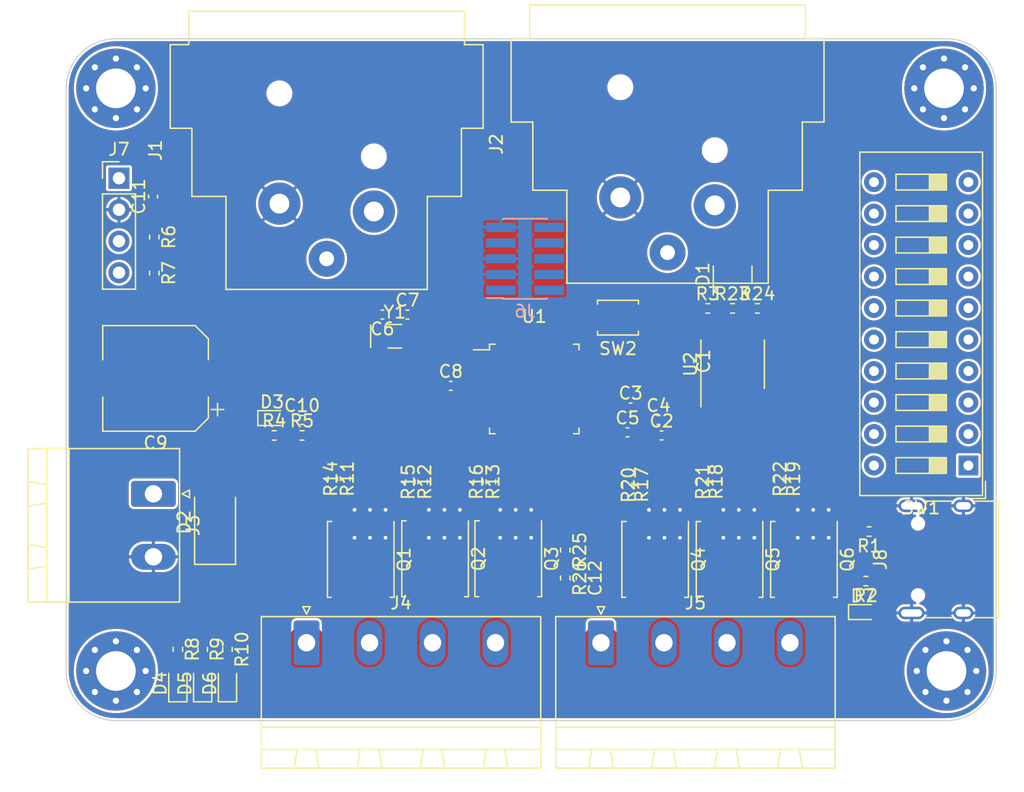
<source format=kicad_pcb>
(kicad_pcb (version 20211014) (generator pcbnew)
  (layers (0 "F.Cu" signal) (31 "B.Cu" signal) (34 "B.Paste" user) (35 "F.Paste" user) (36 "B.SilkS" user "B.Silkscreen") (37 "F.SilkS" user "F.Silkscreen") (38 "B.Mask" user) (39 "F.Mask" user) (44 "Edge.Cuts" user))
  (net 0 "")
  (net 1 "GND")
  (net 2 "VCC")
  (net 3 "Net-(C2-Pad1)")
  (net 4 "Net-(C6-Pad2)")
  (net 5 "Net-(C7-Pad2)")
  (net 6 "Net-(J4-Pad2)")
  (net 7 "Net-(J4-Pad3)")
  (net 8 "Net-(J4-Pad4)")
  (net 9 "/DIP10")
  (net 10 "/DIP9")
  (net 11 "/DIP8")
  (net 12 "/DIP7")
  (net 13 "/DIP6")
  (net 14 "/DIP5")
  (net 15 "/DIP4")
  (net 16 "/DIP3")
  (net 17 "/DIP2")
  (net 18 "/DIP1")
  (net 49 "+5V")
  (net 50 "/DMX_OUT")
  (net 51 "/DMX_IN")
  (net 52 "+3V3")
  (net 54 "/SWD_DIO")
  (net 55 "/SWD_CLK")
  (net 59 "/~{RESET}")
  (net 60 "/USB_D_N")
  (net 61 "/DMX_DIR")
  (net 62 "Net-(J5-Pad2)")
  (net 63 "Net-(J5-Pad3)")
  (net 64 "Net-(J5-Pad4)")
  (net 65 "/VCC_MON")
  (net 66 "/I2C_SDA")
  (net 67 "/I2C_SCL")
  (net 68 "Net-(D4-Pad2)")
  (net 69 "Net-(D5-Pad2)")
  (net 70 "Net-(D6-Pad2)")
  (net 74 "Net-(Q1-Pad4)")
  (net 75 "Net-(Q2-Pad4)")
  (net 76 "Net-(Q3-Pad4)")
  (net 77 "Net-(Q4-Pad4)")
  (net 78 "Net-(Q5-Pad4)")
  (net 79 "Net-(Q6-Pad4)")
  (net 80 "/CH1_RED_EN")
  (net 81 "/CH1_GRN_EN")
  (net 82 "/CH1_BLU_EN")
  (net 83 "/CH2_RED_EN")
  (net 84 "/CH2_GRN_EN")
  (net 85 "/CH2_BLU_EN")
  (net 86 "Net-(D7-Pad2)")
  (net 87 "Net-(J8-PadA5)")
  (net 88 "Net-(J8-PadB5)")
  (net 91 "/TMP_MON")
  (net 92 "/COMS/DATA1_P")
  (net 93 "/COMS/DATA1_N")
  (footprint "Connector_USB:USB_C_Receptacle_HRO_TYPE-C-31-M-12" (layer "F.Cu") (at 171.31 122 90)
    (fp_text reference "J8")
    (fp_text value "USB_C_Receptacle_USB2.0")
  )
  (footprint "Resistor_SMD:R_0402_1005Metric" (layer "F.Cu") (at 109 129.25 -90)
    (fp_text reference "R8")
    (fp_text value "1k")
  )
  (footprint "Resistor_SMD:R_0402_1005Metric" (layer "F.Cu") (at 140.25 123.5 -90)
    (fp_text reference "R26")
    (fp_text value "10k")
  )
  (footprint "Diode_SMD:D_SOD-523" (layer "F.Cu") (at 116.6 110.6)
    (fp_text reference "D3")
    (fp_text value "RB751V-40WS RRG")
  )
  (footprint "Resistor_SMD:R_0402_1005Metric" (layer "F.Cu") (at 152.5 115.75 90)
    (fp_text reference "R21")
    (fp_text value "10k")
  )
  (footprint "Resistor_SMD:R_0402_1005Metric" (layer "F.Cu") (at 164.5 123.75 180)
    (fp_text reference "R2")
    (fp_text value "5k1")
  )
  (footprint "LED_SMD:LED_0603_1608Metric" (layer "F.Cu") (at 113 132 90)
    (fp_text reference "D6")
    (fp_text value "LED")
  )
  (footprint "Resistor_SMD:R_0402_1005Metric" (layer "F.Cu") (at 151.25 115.73 -90)
    (fp_text reference "R18")
    (fp_text value "10R")
  )
  (footprint "Capacitor_SMD:C_0402_1005Metric" (layer "F.Cu") (at 147.77 110.75)
    (fp_text reference "C4")
    (fp_text value "100nF")
  )
  (footprint "Package_TO_SOT_SMD:SOT-23" (layer "F.Cu") (at 153.75 99 90)
    (fp_text reference "D1")
    (fp_text value "NUP2105L")
  )
  (footprint "MountingHole:MountingHole_3.2mm_M3_Pad_Via" (layer "F.Cu") (at 104 131)
    (fp_text reference "H3" hide)
    (fp_text value "MountingHole" hide)
  )
  (footprint "Connector_PinHeader_2.54mm:PinHeader_1x04_P2.54mm_Vertical" (layer "F.Cu") (at 104.25 91.25)
    (fp_text reference "J7")
    (fp_text value "Conn_01x04")
  )
  (footprint "Resistor_SMD:R_0402_1005Metric" (layer "F.Cu") (at 107.1 98.9 -90)
    (fp_text reference "R7")
    (fp_text value "2k2")
  )
  (footprint "Resistor_SMD:R_0402_1005Metric" (layer "F.Cu") (at 153.74 101.75)
    (fp_text reference "R23")
    (fp_text value "133")
  )
  (footprint "Capacitor_SMD:C_0402_1005Metric" (layer "F.Cu") (at 150.25 106.02 -90)
    (fp_text reference "C1")
    (fp_text value "100nF")
  )
  (footprint "Package_TO_SOT_SMD:TDSON-8-1" (layer "F.Cu") (at 129.75 121.95 -90)
    (fp_text reference "Q2")
    (fp_text value "BSC028N06LS3")
  )
  (footprint "Connector_Phoenix_MSTB:PhoenixContact_MSTBA_2,5_2-G-5,08_1x02_P5.08mm_Horizontal" (layer "F.Cu") (at 107.0275 116.71 -90)
    (fp_text reference "J3")
    (fp_text value "Conn_01x02")
  )
  (footprint "Resistor_SMD:R_0402_1005Metric" (layer "F.Cu") (at 155.74 101.75)
    (fp_text reference "R24")
    (fp_text value "562")
  )
  (footprint "MountingHole:MountingHole_3.2mm_M3_Pad_Via" (layer "F.Cu") (at 170.8 84)
    (fp_text reference "H1" hide)
    (fp_text value "MountingHole" hide)
  )
  (footprint "LED_SMD:LED_0603_1608Metric" (layer "F.Cu") (at 109 132 90)
    (fp_text reference "D4")
    (fp_text value "LED")
  )
  (footprint "Package_TO_SOT_SMD:TDSON-8-1" (layer "F.Cu") (at 135.65 121.95 -90)
    (fp_text reference "Q3")
    (fp_text value "BSC028N06LS3")
  )
  (footprint "Capacitor_SMD:C_0402_1005Metric" (layer "F.Cu") (at 125.5 102.25 180)
    (fp_text reference "C6")
    (fp_text value "22pF")
  )
  (footprint "Resistor_SMD:R_0402_1005Metric" (layer "F.Cu") (at 158.75 115.51 90)
    (fp_text reference "R22")
    (fp_text value "10k")
  )
  (footprint "Button_Switch_SMD:SW_SPST_B3U-1000P" (layer "F.Cu") (at 144.5 102.5 180)
    (fp_text reference "SW2")
    (fp_text value "SW_Push")
  )
  (footprint "Connector_Phoenix_MSTB:PhoenixContact_MSTBA_2,5_4-G-5,08_1x04_P5.08mm_Horizontal" (layer "F.Cu") (at 143.13 128.7225)
    (fp_text reference "J5")
    (fp_text value "Conn_01x04")
  )
  (footprint "Capacitor_SMD:C_0402_1005Metric" (layer "F.Cu") (at 119.02 110.75)
    (fp_text reference "C10")
    (fp_text value "100nF")
  )
  (footprint "Package_QFP:TQFP-48_7x7mm_P0.5mm" (layer "F.Cu") (at 137.75 108.25)
    (fp_text reference "U1")
    (fp_text value "ATSAMD21G18A-A")
  )
  (footprint "Package_TO_SOT_SMD:TDSON-8-1" (layer "F.Cu") (at 159.5 122 -90)
    (fp_text reference "Q6")
    (fp_text value "BSC028N06LS3")
  )
  (footprint "Resistor_SMD:R_0402_1005Metric" (layer "F.Cu") (at 111 129.25 -90)
    (fp_text reference "R9")
    (fp_text value "1k")
  )
  (footprint "Capacitor_SMD:C_0402_1005Metric" (layer "F.Cu") (at 141.5 123.51 -90)
    (fp_text reference "C12")
    (fp_text value "1uF")
  )
  (footprint "Connector_Audio:Jack_XLR_Neutrik_NC3FAAH-0_Horizontal" (layer "F.Cu") (at 117.19 93.3 90)
    (fp_text reference "J1")
    (fp_text value "XLR3")
  )
  (footprint "Resistor_SMD:R_0402_1005Metric" (layer "F.Cu") (at 121.5 115.49 -90)
    (fp_text reference "R11")
    (fp_text value "10R")
  )
  (footprint "Diode_SMD:D_SMA" (layer "F.Cu") (at 112 119 90)
    (fp_text reference "D2")
    (fp_text value "D_TVS")
  )
  (footprint "Resistor_SMD:R_0402_1005Metric" (layer "F.Cu") (at 145.25 115.97 -90)
    (fp_text reference "R17")
    (fp_text value "10R")
  )
  (footprint "Package_SO:SOIC-8_3.9x4.9mm_P1.27mm" (layer "F.Cu") (at 153.75 106.25 90)
    (fp_text reference "U2")
    (fp_text value "MAX485E")
  )
  (footprint "Package_TO_SOT_SMD:TDSON-8-1" (layer "F.Cu") (at 147.5 122 -90)
    (fp_text reference "Q4")
    (fp_text value "BSC028N06LS3")
  )
  (footprint "Capacitor_SMD:C_0402_1005Metric" (layer "F.Cu") (at 131.02 108)
    (fp_text reference "C8")
    (fp_text value "100nF")
  )
  (footprint "Button_Switch_THT:SW_DIP_SPSTx10_Slide_9.78x27.58mm_W7.62mm_P2.54mm" (layer "F.Cu") (at 172.7675 114.425 180)
    (fp_text reference "SW1")
    (fp_text value "SW_DIP_x10")
  )
  (footprint "Resistor_SMD:R_0402_1005Metric" (layer "F.Cu") (at 157.5 115.51 -90)
    (fp_text reference "R19")
    (fp_text value "10R")
  )
  (footprint "LED_SMD:LED_0603_1608Metric" (layer "F.Cu") (at 111 132 90)
    (fp_text reference "D5")
    (fp_text value "LED")
  )
  (footprint "Capacitor_SMD:CP_Elec_8x10" (layer "F.Cu") (at 107.2 107.4 180)
    (fp_text reference "C9")
    (fp_text value "47uF")
  )
  (footprint "Resistor_SMD:R_0402_1005Metric" (layer "F.Cu") (at 107.1 95.99 -90)
    (fp_text reference "R6")
    (fp_text value "2k2")
  )
  (footprint "MountingHole:MountingHole_3.2mm_M3_Pad_Via" (layer "F.Cu") (at 171 131)
    (fp_text reference "H2" hide)
    (fp_text value "MountingHole" hide)
  )
  (footprint "Resistor_SMD:R_0402_1005Metric" (layer "F.Cu") (at 133.25 115.74 -90)
    (fp_text reference "R13")
    (fp_text value "10R")
  )
  (footprint "Resistor_SMD:R_0402_1005Metric" (layer "F.Cu") (at 140.25 121.25 -90)
    (fp_text reference "R25")
    (fp_text value "10k")
  )
  (footprint "Capacitor_SMD:C_0402_1005Metric" (layer "F.Cu") (at 145.27 111.75)
    (fp_text reference "C5")
    (fp_text value "100nF")
  )
  (footprint "Resistor_SMD:R_0402_1005Metric" (layer "F.Cu") (at 119.01 112)
    (fp_text reference "R5")
    (fp_text value "16k")
  )
  (footprint "Package_TO_SOT_SMD:TDSON-8-1" (layer "F.Cu") (at 123.75 122 -90)
    (fp_text reference "Q1")
    (fp_text value "BSC028N06LS3")
  )
  (footprint "Resistor_SMD:R_0402_1005Metric" (layer "F.Cu") (at 122.5 115.49 90)
    (fp_text reference "R14")
    (fp_text value "10k")
  )
  (footprint "Connector_Audio:Jack_XLR_Neutrik_NC3FAAH-0_Horizontal" (layer "F.Cu") (at 144.69 92.8 90)
    (fp_text reference "J2")
    (fp_text value "XLR3")
  )
  (footprint "MountingHole:MountingHole_3.2mm_M3_Pad_Via" (layer "F.Cu") (at 104 84)
    (fp_text reference "H4" hide)
    (fp_text value "MountingHole" hide)
  )
  (footprint "Resistor_SMD:R_0402_1005Metric" (layer "F.Cu") (at 127.75 115.74 -90)
    (fp_text reference "R12")
    (fp_text value "10R")
  )
  (footprint "Resistor_SMD:R_0402_1005Metric" (layer "F.Cu") (at 116.77 112)
    (fp_text reference "R4")
    (fp_text value "130k")
  )
  (footprint "Connector_Phoenix_MSTB:PhoenixContact_MSTBA_2,5_4-G-5,08_1x04_P5.08mm_Horizontal" (layer "F.Cu") (at 119.38 128.7225)
    (fp_text reference "J4")
    (fp_text value "Conn_01x04")
  )
  (footprint "Resistor_SMD:R_0402_1005Metric" (layer "F.Cu") (at 164.76 119.75 180)
    (fp_text reference "R1")
    (fp_text value "5k1")
  )
  (footprint "Resistor_SMD:R_0402_1005Metric" (layer "F.Cu") (at 128.75 115.75 90)
    (fp_text reference "R15")
    (fp_text value "10k")
  )
  (footprint "Resistor_SMD:R_0402_1005Metric" (layer "F.Cu") (at 146.5 115.99 90)
    (fp_text reference "R20")
    (fp_text value "10k")
  )
  (footprint "Crystal:Crystal_SMD_EuroQuartz_EQ161-2Pin_3.2x1.5mm" (layer "F.Cu") (at 126.5 104)
    (fp_text reference "Y1")
    (fp_text value "32.768kHz")
  )
  (footprint "Package_TO_SOT_SMD:TDSON-8-1" (layer "F.Cu") (at 153.5 122 -90)
    (fp_text reference "Q5")
    (fp_text value "BSC028N06LS3")
  )
  (footprint "Capacitor_SMD:C_0402_1005Metric" (layer "F.Cu") (at 145.52 109.75)
    (fp_text reference "C3")
    (fp_text value "100nF")
  )
  (footprint "Capacitor_SMD:C_0402_1005Metric" (layer "F.Cu") (at 127.52 102.25)
    (fp_text reference "C7")
    (fp_text value "22pF")
  )
  (footprint "Capacitor_SMD:C_0402_1005Metric" (layer "F.Cu") (at 148.02 112)
    (fp_text reference "C2")
    (fp_text value "1uF")
  )
  (footprint "Resistor_SMD:R_0402_1005Metric" (layer "F.Cu") (at 151.74 101.75)
    (fp_text reference "R3")
    (fp_text value "562")
  )
  (footprint "Resistor_SMD:R_0402_1005Metric" (layer "F.Cu") (at 134.25 115.74 90)
    (fp_text reference "R16")
    (fp_text value "10k")
  )
  (footprint "Resistor_SMD:R_0402_1005Metric" (layer "F.Cu") (at 113 129.26 -90)
    (fp_text reference "R10")
    (fp_text value "1k")
  )
  (footprint "Diode_SMD:D_SOD-523" (layer "F.Cu") (at 164.25 126.25)
    (fp_text reference "D7")
    (fp_text value "RB751V-40WS RRG")
  )
  (footprint "Capacitor_SMD:C_0402_1005Metric" (layer "F.Cu") (at 107 92.73 90)
    (fp_text reference "C11")
    (fp_text value "100nF")
  )
  (footprint "Connector_PinHeader_1.27mm:PinHeader_2x05_P1.27mm_Vertical_SMD" (layer "B.Cu") (at 137 97.75)
    (fp_text reference "J6")
    (fp_text value "Conn_ARM_JTAG_SWD_10")
  )
  (gr_arc (start 104 135) (mid 101.171573 133.828427) (end 100 131) (layer "Edge.Cuts") (width 0.1))
  (gr_line (start 104 135) (end 171 135) (layer "Edge.Cuts") (width 0.1))
  (gr_arc (start 175 131) (mid 173.828427 133.828427) (end 171 135) (layer "Edge.Cuts") (width 0.1))
  (gr_line (start 171 80) (end 104 80) (layer "Edge.Cuts") (width 0.1))
  (gr_line (start 175 131) (end 175 84) (layer "Edge.Cuts") (width 0.1))
  (gr_line (start 100 84) (end 100 131) (layer "Edge.Cuts") (width 0.1))
  (gr_arc (start 171 80) (mid 173.828427 81.171573) (end 175 84) (layer "Edge.Cuts") (width 0.1))
  (gr_arc (start 100 84) (mid 101.171573 81.171573) (end 104 80) (layer "Edge.Cuts") (width 0.1))
  (via (at 136.25 120.25) (size 0.6) (drill 0.3) (layers "F.Cu" "B.Cu") (net 1))
  (via (at 130.5 118) (size 0.6) (drill 0.3) (layers "F.Cu" "B.Cu") (net 1))
  (via (at 149.5 120.25) (size 0.6) (drill 0.3) (layers "F.Cu" "B.Cu") (net 1))
  (via (at 137.5 118) (size 0.6) (drill 0.3) (layers "F.Cu" "B.Cu") (net 1))
  (via (at 137.5 120.25) (size 0.6) (drill 0.3) (layers "F.Cu" "B.Cu") (net 1))
  (via (at 149.5 118) (size 0.6) (drill 0.3) (layers "F.Cu" "B.Cu") (net 1))
  (via (at 155.5 120.25) (size 0.6) (drill 0.3) (layers "F.Cu" "B.Cu") (net 1))
  (via (at 147 118) (size 0.6) (drill 0.3) (layers "F.Cu" "B.Cu") (net 1))
  (via (at 131.75 118) (size 0.6) (drill 0.3) (layers "F.Cu" "B.Cu") (net 1))
  (via (at 161.5 118) (size 0.6) (drill 0.3) (layers "F.Cu" "B.Cu") (net 1))
  (via (at 124.5 120.25) (size 0.6) (drill 0.3) (layers "F.Cu" "B.Cu") (net 1))
  (via (at 161.5 120.25) (size 0.6) (drill 0.3) (layers "F.Cu" "B.Cu") (net 1))
  (via (at 125.75 120.25) (size 0.6) (drill 0.3) (layers "F.Cu" "B.Cu") (net 1))
  (via (at 130.5 120.25) (size 0.6) (drill 0.3) (layers "F.Cu" "B.Cu") (net 1))
  (via (at 129.25 120.25) (size 0.6) (drill 0.3) (layers "F.Cu" "B.Cu") (net 1))
  (via (at 154.25 120.25) (size 0.6) (drill 0.3) (layers "F.Cu" "B.Cu") (net 1))
  (via (at 131.75 120.25) (size 0.6) (drill 0.3) (layers "F.Cu" "B.Cu") (net 1))
  (via (at 155.5 118) (size 0.6) (drill 0.3) (layers "F.Cu" "B.Cu") (net 1))
  (via (at 135 120.25) (size 0.6) (drill 0.3) (layers "F.Cu" "B.Cu") (net 1))
  (via (at 159 118) (size 0.6) (drill 0.3) (layers "F.Cu" "B.Cu") (net 1))
  (via (at 148.25 120.25) (size 0.6) (drill 0.3) (layers "F.Cu" "B.Cu") (net 1))
  (via (at 136.25 118) (size 0.6) (drill 0.3) (layers "F.Cu" "B.Cu") (net 1))
  (via (at 148.25 118) (size 0.6) (drill 0.3) (layers "F.Cu" "B.Cu") (net 1))
  (via (at 123.25 118) (size 0.6) (drill 0.3) (layers "F.Cu" "B.Cu") (net 1))
  (via (at 129.25 118) (size 0.6) (drill 0.3) (layers "F.Cu" "B.Cu") (net 1))
  (via (at 160.25 118) (size 0.6) (drill 0.3) (layers "F.Cu" "B.Cu") (net 1))
  (via (at 154.25 118) (size 0.6) (drill 0.3) (layers "F.Cu" "B.Cu") (net 1))
  (via (at 153 118) (size 0.6) (drill 0.3) (layers "F.Cu" "B.Cu") (net 1))
  (via (at 153 120.25) (size 0.6) (drill 0.3) (layers "F.Cu" "B.Cu") (net 1))
  (via (at 123.25 120.25) (size 0.6) (drill 0.3) (layers "F.Cu" "B.Cu") (net 1))
  (via (at 135 118) (size 0.6) (drill 0.3) (layers "F.Cu" "B.Cu") (net 1))
  (via (at 125.75 118) (size 0.6) (drill 0.3) (layers "F.Cu" "B.Cu") (net 1))
  (via (at 124.5 118) (size 0.6) (drill 0.3) (layers "F.Cu" "B.Cu") (net 1))
  (via (at 160.25 120.25) (size 0.6) (drill 0.3) (layers "F.Cu" "B.Cu") (net 1))
  (via (at 147 120.25) (size 0.6) (drill 0.3) (layers "F.Cu" "B.Cu") (net 1))
  (via (at 159 120.25) (size 0.6) (drill 0.3) (layers "F.Cu" "B.Cu") (net 1))
  (segment (start 143.13 130.87) (end 143.13 128.7225) (width 3) (layer "F.Cu") (net 2))
  (segment (start 119.38 128.7225) (end 119.38 131.63) (width 3) (layer "F.Cu") (net 2))
  (segment (start 119.38 131.63) (end 120.5 132.75) (width 3) (layer "F.Cu") (net 2))
  (segment (start 123.4075 132.75) (end 141.25 132.75) (width 3) (layer "F.Cu") (net 2))
  (segment (start 120.5 132.75) (end 123.4075 132.75) (width 3) (layer "F.Cu") (net 2))
  (segment (start 141.25 132.75) (end 143.13 130.87) (width 3) (layer "F.Cu") (net 2))
  (segment (start 123.75 128.0125) (end 124.46 128.7225) (width 4) (layer "F.Cu") (net 6))
  (segment (start 123.75 123.05) (end 123.75 128.0125) (width 4) (layer "F.Cu") (net 6))
  (segment (start 129.75 128.5125) (end 129.54 128.7225) (width 4) (layer "F.Cu") (net 7))
  (segment (start 129.75 123) (end 129.75 128.5125) (width 4) (layer "F.Cu") (net 7))
  (segment (start 135.65 127.6925) (end 135.65 123) (width 4) (layer "F.Cu") (net 8))
  (segment (start 134.62 128.7225) (end 135.65 127.6925) (width 4) (layer "F.Cu") (net 8))
  (segment (start 147.5 128.0125) (end 148.21 128.7225) (width 4) (layer "F.Cu") (net 62))
  (segment (start 147.5 123.05) (end 147.5 128.0125) (width 4) (layer "F.Cu") (net 62))
  (segment (start 153.5 128.5125) (end 153.29 128.7225) (width 4) (layer "F.Cu") (net 63))
  (segment (start 153.5 123.05) (end 153.5 128.5125) (width 4) (layer "F.Cu") (net 63))
  (segment (start 159.5 127.5925) (end 158.37 128.7225) (width 4) (layer "F.Cu") (net 64))
  (segment (start 159.5 123.05) (end 159.5 127.5925) (width 4) (layer "F.Cu") (net 64))
  (segment (start 109 131.2125) (end 109 129.76) (width 0.25) (layer "F.Cu") (net 68))
  (segment (start 111 131.2125) (end 111 129.76) (width 0.25) (layer "F.Cu") (net 69))
  (segment (start 113 131.2125) (end 113 129.77) (width 0.25) (layer "F.Cu") (net 70))
  (zone (net 1) (net_name "GND") (layers F&B.Cu) (connect_pads (clearance 0.2)) (min_thickness 0.2) (fill yes (thermal_gap 0.2) (thermal_bridge_width 0.25))
    (polygon (pts (xy 175 135) (xy 100 135) (xy 100 80) (xy 175 80)))
  )
)
</source>
